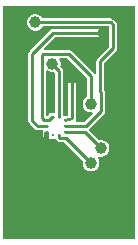
<source format=gbl>
G04*
G04 #@! TF.GenerationSoftware,Altium Limited,Altium Designer,23.3.1 (30)*
G04*
G04 Layer_Physical_Order=2*
G04 Layer_Color=16711680*
%FSLAX25Y25*%
%MOIN*%
G70*
G04*
G04 #@! TF.SameCoordinates,C83B7F6B-13C3-4CBD-8C34-FD451FA8F7DD*
G04*
G04*
G04 #@! TF.FilePolarity,Positive*
G04*
G01*
G75*
%ADD22C,0.01000*%
%ADD23C,0.03937*%
%ADD24R,0.00984X0.01083*%
%ADD25R,0.01083X0.00984*%
G36*
X44673Y827D02*
X827D01*
Y78673D01*
X44673D01*
Y827D01*
D02*
G37*
%LPC*%
G36*
X11864Y75868D02*
X11135D01*
X10431Y75680D01*
X9800Y75315D01*
X9285Y74800D01*
X8920Y74169D01*
X8732Y73465D01*
Y72736D01*
X8920Y72031D01*
X9285Y71400D01*
X9800Y70885D01*
X10431Y70520D01*
X11135Y70332D01*
X11864D01*
X12569Y70520D01*
X13200Y70885D01*
X13715Y71400D01*
X13931Y71775D01*
X36051D01*
X36075Y71751D01*
Y64949D01*
X32263Y61137D01*
X31975Y60707D01*
X31874Y60200D01*
Y55505D01*
X31374Y55456D01*
X31325Y55707D01*
X31037Y56137D01*
X23537Y63637D01*
X23107Y63925D01*
X22600Y64025D01*
X14507D01*
X14300Y64526D01*
X17949Y68174D01*
X34100D01*
X34607Y68275D01*
X35037Y68563D01*
X35325Y68993D01*
X35425Y69500D01*
X35325Y70007D01*
X35037Y70437D01*
X34607Y70725D01*
X34100Y70825D01*
X17400D01*
X16893Y70725D01*
X16463Y70437D01*
X9563Y63537D01*
X9275Y63107D01*
X9174Y62600D01*
Y40300D01*
X9275Y39793D01*
X9563Y39363D01*
X11363Y37563D01*
X11793Y37275D01*
X12300Y37174D01*
X13959D01*
Y35039D01*
X14500D01*
Y36531D01*
X16225D01*
Y35039D01*
X16226D01*
Y34157D01*
X18286D01*
X18549Y33763D01*
X18979Y33475D01*
X19486Y33375D01*
X21051D01*
X27443Y26982D01*
X27332Y26564D01*
Y25835D01*
X27520Y25131D01*
X27885Y24500D01*
X28400Y23985D01*
X29031Y23620D01*
X29735Y23431D01*
X30465D01*
X31169Y23620D01*
X31800Y23985D01*
X32315Y24500D01*
X32680Y25131D01*
X32868Y25835D01*
Y26564D01*
X32680Y27269D01*
X32315Y27900D01*
X32293Y27923D01*
X32307Y28027D01*
X32865Y28395D01*
X33035Y28350D01*
X33764D01*
X34469Y28538D01*
X35100Y28903D01*
X35615Y29418D01*
X35980Y30049D01*
X36169Y30753D01*
Y31482D01*
X35980Y32187D01*
X35615Y32818D01*
X35100Y33333D01*
X34469Y33698D01*
X33764Y33887D01*
X33035D01*
X32618Y33775D01*
X29292Y37101D01*
X29337Y37563D01*
X34337Y42563D01*
X34625Y42993D01*
X34725Y43500D01*
Y49800D01*
X34625Y50307D01*
X34525Y50456D01*
Y59651D01*
X38337Y63463D01*
X38625Y63893D01*
X38726Y64400D01*
Y72300D01*
X38625Y72807D01*
X38337Y73237D01*
X37537Y74037D01*
X37107Y74325D01*
X36600Y74426D01*
X13931D01*
X13715Y74800D01*
X13200Y75315D01*
X12569Y75680D01*
X11864Y75868D01*
D02*
G37*
%LPD*%
G36*
X15500Y57085D02*
X16131Y56720D01*
X16836Y56532D01*
X17564D01*
X17704Y56569D01*
X18161Y56198D01*
Y42843D01*
X16226D01*
Y42592D01*
X15996Y42439D01*
X15426Y41868D01*
X14925Y41974D01*
Y56952D01*
X15426Y57159D01*
X15500Y57085D01*
D02*
G37*
G36*
X28774Y54651D02*
Y48331D01*
X28400Y48115D01*
X27885Y47600D01*
X27520Y46969D01*
X27332Y46264D01*
Y45535D01*
X27520Y44831D01*
X27885Y44200D01*
X28400Y43685D01*
X29031Y43320D01*
X29735Y43132D01*
X30450D01*
X30483Y43097D01*
X30703Y42678D01*
X27851Y39825D01*
X25111D01*
X24912Y40144D01*
X24879Y40325D01*
X24944Y40399D01*
X24974Y40485D01*
X25025Y40561D01*
X25058Y40727D01*
X25113Y40887D01*
X25108Y40979D01*
X25126Y41068D01*
Y54700D01*
X25025Y55207D01*
X24737Y55637D01*
X24307Y55925D01*
X23800Y56025D01*
X23293Y55925D01*
X22863Y55637D01*
X22575Y55207D01*
X22475Y54700D01*
Y42092D01*
X21971Y41960D01*
X20812D01*
Y57014D01*
X20812Y57014D01*
X20711Y57521D01*
X20423Y57951D01*
X19857Y58518D01*
X19969Y58935D01*
Y59664D01*
X19780Y60369D01*
X19488Y60874D01*
X19686Y61374D01*
X22051D01*
X28774Y54651D01*
D02*
G37*
D22*
X19486Y34700D02*
X21600D01*
X23800Y41068D02*
Y54700D01*
X21504Y40468D02*
X23800Y41068D01*
X17400Y69500D02*
X34100D01*
X10500Y62600D02*
X17400Y69500D01*
X10500Y40300D02*
Y62600D01*
Y40300D02*
X12300Y38500D01*
X15500D01*
X21504Y36531D02*
X27987D01*
X33400Y31118D01*
X14400Y40468D02*
X15500D01*
X13600Y41268D02*
X14400Y40468D01*
X13600Y41268D02*
Y62100D01*
X14200Y62700D01*
X22600D01*
X30100Y55200D01*
Y45900D02*
Y55200D01*
X19486Y41502D02*
Y57014D01*
X17200Y59300D02*
X19486Y57014D01*
X21600Y34700D02*
X30100Y26200D01*
X19486Y34700D02*
Y35498D01*
X21504Y38500D02*
X28400D01*
X33400Y43500D01*
Y49800D01*
X33200Y50000D02*
X33400Y49800D01*
X33200Y50000D02*
Y60200D01*
X37400Y64400D01*
Y72300D01*
X36600Y73100D02*
X37400Y72300D01*
X11500Y73100D02*
X36600D01*
X16934Y41502D02*
X17518D01*
X15900Y40468D02*
X16934Y41502D01*
X15500Y40468D02*
X15900D01*
D23*
X23800Y54700D02*
D03*
X34100Y69500D02*
D03*
X33400Y31118D02*
D03*
X30100Y45900D02*
D03*
X17200Y59300D02*
D03*
X30100Y26200D02*
D03*
X11500Y73100D02*
D03*
D24*
X19486Y41502D02*
D03*
X17518Y35498D02*
D03*
X19486D02*
D03*
X17518Y41502D02*
D03*
D25*
X21504Y36531D02*
D03*
Y40468D02*
D03*
Y38500D02*
D03*
X15500Y36531D02*
D03*
Y40468D02*
D03*
Y38500D02*
D03*
M02*

</source>
